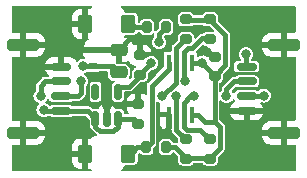
<source format=gbr>
%TF.GenerationSoftware,KiCad,Pcbnew,7.0.7-7.0.7~ubuntu23.04.1*%
%TF.CreationDate,2023-09-27T16:14:13+00:00*%
%TF.ProjectId,TFI2CEXT01,54464932-4345-4585-9430-312e6b696361,REV*%
%TF.SameCoordinates,PX78dfd90PY8290510*%
%TF.FileFunction,Copper,L2,Bot*%
%TF.FilePolarity,Positive*%
%FSLAX46Y46*%
G04 Gerber Fmt 4.6, Leading zero omitted, Abs format (unit mm)*
G04 Created by KiCad (PCBNEW 7.0.7-7.0.7~ubuntu23.04.1) date 2023-09-27 16:14:13*
%MOMM*%
%LPD*%
G01*
G04 APERTURE LIST*
G04 Aperture macros list*
%AMRoundRect*
0 Rectangle with rounded corners*
0 $1 Rounding radius*
0 $2 $3 $4 $5 $6 $7 $8 $9 X,Y pos of 4 corners*
0 Add a 4 corners polygon primitive as box body*
4,1,4,$2,$3,$4,$5,$6,$7,$8,$9,$2,$3,0*
0 Add four circle primitives for the rounded corners*
1,1,$1+$1,$2,$3*
1,1,$1+$1,$4,$5*
1,1,$1+$1,$6,$7*
1,1,$1+$1,$8,$9*
0 Add four rect primitives between the rounded corners*
20,1,$1+$1,$2,$3,$4,$5,0*
20,1,$1+$1,$4,$5,$6,$7,0*
20,1,$1+$1,$6,$7,$8,$9,0*
20,1,$1+$1,$8,$9,$2,$3,0*%
G04 Aperture macros list end*
%TA.AperFunction,SMDPad,CuDef*%
%ADD10RoundRect,0.200000X0.200000X0.275000X-0.200000X0.275000X-0.200000X-0.275000X0.200000X-0.275000X0*%
%TD*%
%TA.AperFunction,SMDPad,CuDef*%
%ADD11R,0.450000X1.450000*%
%TD*%
%TA.AperFunction,SMDPad,CuDef*%
%ADD12RoundRect,0.166667X-0.458333X-0.583333X0.458333X-0.583333X0.458333X0.583333X-0.458333X0.583333X0*%
%TD*%
%TA.AperFunction,SMDPad,CuDef*%
%ADD13RoundRect,0.166667X0.458333X0.583333X-0.458333X0.583333X-0.458333X-0.583333X0.458333X-0.583333X0*%
%TD*%
%TA.AperFunction,SMDPad,CuDef*%
%ADD14RoundRect,0.200000X0.275000X-0.200000X0.275000X0.200000X-0.275000X0.200000X-0.275000X-0.200000X0*%
%TD*%
%TA.AperFunction,SMDPad,CuDef*%
%ADD15R,0.700000X0.600000*%
%TD*%
%TA.AperFunction,SMDPad,CuDef*%
%ADD16RoundRect,0.150000X0.700000X-0.150000X0.700000X0.150000X-0.700000X0.150000X-0.700000X-0.150000X0*%
%TD*%
%TA.AperFunction,SMDPad,CuDef*%
%ADD17RoundRect,0.250000X1.100000X-0.250000X1.100000X0.250000X-1.100000X0.250000X-1.100000X-0.250000X0*%
%TD*%
%TA.AperFunction,SMDPad,CuDef*%
%ADD18RoundRect,0.150000X0.150000X-0.512500X0.150000X0.512500X-0.150000X0.512500X-0.150000X-0.512500X0*%
%TD*%
%TA.AperFunction,SMDPad,CuDef*%
%ADD19RoundRect,0.200000X-0.275000X0.200000X-0.275000X-0.200000X0.275000X-0.200000X0.275000X0.200000X0*%
%TD*%
%TA.AperFunction,SMDPad,CuDef*%
%ADD20RoundRect,0.150000X-0.700000X0.150000X-0.700000X-0.150000X0.700000X-0.150000X0.700000X0.150000X0*%
%TD*%
%TA.AperFunction,SMDPad,CuDef*%
%ADD21RoundRect,0.250000X-1.100000X0.250000X-1.100000X-0.250000X1.100000X-0.250000X1.100000X0.250000X0*%
%TD*%
%TA.AperFunction,SMDPad,CuDef*%
%ADD22RoundRect,0.250000X0.475000X-0.250000X0.475000X0.250000X-0.475000X0.250000X-0.475000X-0.250000X0*%
%TD*%
%TA.AperFunction,ViaPad*%
%ADD23C,0.800000*%
%TD*%
%TA.AperFunction,Conductor*%
%ADD24C,0.400000*%
%TD*%
%TA.AperFunction,Conductor*%
%ADD25C,0.250000*%
%TD*%
G04 APERTURE END LIST*
D10*
%TO.P,R4,1*%
%TO.N,+3V3*%
X-113221000Y139446000D03*
%TO.P,R4,2*%
%TO.N,Net-(D3-A)*%
X-114871000Y139446000D03*
%TD*%
D11*
%TO.P,U2,1,EN*%
%TO.N,+3V3*%
X-111039000Y142206000D03*
%TO.P,U2,2,SCLout*%
%TO.N,/SCLout*%
X-111689000Y142206000D03*
%TO.P,U2,3,SCLin*%
%TO.N,/SCLin*%
X-112339000Y142206000D03*
%TO.P,U2,4,GND*%
%TO.N,GND*%
X-112989000Y142206000D03*
%TO.P,U2,5,READY*%
%TO.N,Net-(D3-A)*%
X-112989000Y146606000D03*
%TO.P,U2,6,SDAin*%
%TO.N,/SDAin*%
X-112339000Y146606000D03*
%TO.P,U2,7,SDAout*%
%TO.N,/SDAout*%
X-111689000Y146606000D03*
%TO.P,U2,8,VCC*%
%TO.N,+3V3*%
X-111039000Y146606000D03*
%TD*%
D12*
%TO.P,D1,1,K*%
%TO.N,GND*%
X-120046000Y149906000D03*
D13*
%TO.P,D1,2,A*%
%TO.N,Net-(D1-A)*%
X-116446000Y149906000D03*
%TD*%
D14*
%TO.P,C2,1*%
%TO.N,+5V*%
X-115570000Y141440500D03*
%TO.P,C2,2*%
%TO.N,GND*%
X-115570000Y143090500D03*
%TD*%
D15*
%TO.P,D2,1,K*%
%TO.N,+5V*%
X-119380000Y146301000D03*
%TO.P,D2,2,A*%
%TO.N,GND*%
X-119380000Y147701000D03*
%TD*%
D14*
%TO.P,R5,1*%
%TO.N,+3V3*%
X-109474000Y138494000D03*
%TO.P,R5,2*%
%TO.N,/SCLout*%
X-109474000Y140144000D03*
%TD*%
%TO.P,C3,1*%
%TO.N,+3V3*%
X-115443000Y145580500D03*
%TO.P,C3,2*%
%TO.N,GND*%
X-115443000Y147230500D03*
%TD*%
D16*
%TO.P,J1,1*%
%TO.N,+5V*%
X-122096000Y142531000D03*
%TO.P,J1,2*%
%TO.N,/SCLin*%
X-122096000Y143781000D03*
%TO.P,J1,3*%
%TO.N,/SDAin*%
X-122096000Y145031000D03*
%TO.P,J1,4*%
%TO.N,GND*%
X-122096000Y146281000D03*
D17*
%TO.P,J1,MP*%
X-125296000Y140681000D03*
X-125296000Y148131000D03*
%TD*%
D18*
%TO.P,U1,1,VIN*%
%TO.N,+5V*%
X-117287000Y141864500D03*
%TO.P,U1,2,GND*%
%TO.N,GND*%
X-118237000Y141864500D03*
%TO.P,U1,3,EN*%
%TO.N,+5V*%
X-119187000Y141864500D03*
%TO.P,U1,4,NC*%
%TO.N,unconnected-(U1-NC-Pad4)*%
X-119187000Y144139500D03*
%TO.P,U1,5,VOUT*%
%TO.N,+3V3*%
X-117287000Y144139500D03*
%TD*%
D12*
%TO.P,D3,1,K*%
%TO.N,GND*%
X-120046000Y138906000D03*
D13*
%TO.P,D3,2,A*%
%TO.N,Net-(D3-A)*%
X-116446000Y138906000D03*
%TD*%
D10*
%TO.P,R1,1*%
%TO.N,+5V*%
X-113195500Y149606000D03*
%TO.P,R1,2*%
%TO.N,Net-(D1-A)*%
X-114845500Y149606000D03*
%TD*%
D19*
%TO.P,R6,1*%
%TO.N,+3V3*%
X-109474000Y150278500D03*
%TO.P,R6,2*%
%TO.N,/SDAout*%
X-109474000Y148628500D03*
%TD*%
D14*
%TO.P,R2,1*%
%TO.N,+3V3*%
X-111506000Y138494000D03*
%TO.P,R2,2*%
%TO.N,/SCLin*%
X-111506000Y140144000D03*
%TD*%
D19*
%TO.P,R3,1*%
%TO.N,+3V3*%
X-111506000Y150278500D03*
%TO.P,R3,2*%
%TO.N,/SDAin*%
X-111506000Y148628500D03*
%TD*%
D20*
%TO.P,J3,1*%
%TO.N,+5V*%
X-106396000Y146281000D03*
%TO.P,J3,2*%
%TO.N,/SCLout*%
X-106396000Y145031000D03*
%TO.P,J3,3*%
%TO.N,/SDAout*%
X-106396000Y143781000D03*
%TO.P,J3,4*%
%TO.N,GND*%
X-106396000Y142531000D03*
D21*
%TO.P,J3,MP*%
X-103196000Y148131000D03*
X-103196000Y140681000D03*
%TD*%
D22*
%TO.P,C1,1*%
%TO.N,+5V*%
X-117221000Y145798500D03*
%TO.P,C1,2*%
%TO.N,GND*%
X-117221000Y147698500D03*
%TD*%
D14*
%TO.P,C4,1*%
%TO.N,+3V3*%
X-109093000Y145479000D03*
%TO.P,C4,2*%
%TO.N,GND*%
X-109093000Y147129000D03*
%TD*%
D23*
%TO.N,GND*%
X-103632000Y138938000D03*
X-123698000Y138938000D03*
X-103632000Y149860000D03*
X-105791000Y139573000D03*
X-122174000Y150749000D03*
X-122301000Y138811000D03*
X-120523000Y141224000D03*
X-109728000Y147536500D03*
X-122047000Y148209000D03*
X-102743000Y143510000D03*
X-107061000Y140970000D03*
X-120523000Y148209000D03*
X-102743000Y146558000D03*
X-118519002Y145415000D03*
X-125730000Y138938000D03*
X-122174000Y149733000D03*
X-107061000Y138303000D03*
X-122174000Y140716000D03*
X-125730000Y150368000D03*
X-102743000Y142494000D03*
X-105791000Y140970000D03*
X-102616000Y149860000D03*
X-102616000Y138938000D03*
X-125730000Y144526000D03*
X-107061000Y139573000D03*
X-106426000Y150495000D03*
X-107696000Y150495000D03*
X-125489629Y146116907D03*
X-125730000Y142367000D03*
X-102743000Y145542000D03*
X-113538000Y140589000D03*
X-118237000Y142981500D03*
X-102743000Y144526000D03*
%TO.N,+3V3*%
X-110182500Y146606000D03*
X-114457125Y146600000D03*
%TO.N,+5V*%
X-120269000Y146304000D03*
X-113792000Y148336000D03*
X-106426000Y147320000D03*
X-123571000Y142621000D03*
%TO.N,/SDAin*%
X-123825000Y143764000D03*
X-113535443Y143773778D03*
%TO.N,/SCLin*%
X-120393000Y145031000D03*
X-112395000Y143764000D03*
%TO.N,/SCLout*%
X-110871000Y143764000D03*
X-108094000Y143781000D03*
%TO.N,/SDAout*%
X-111606961Y145022566D03*
X-104946500Y143825798D03*
%TD*%
D24*
%TO.N,GND*%
X-118319011Y145215009D02*
X-118519002Y145415000D01*
X-109283000Y147091500D02*
X-109728000Y147536500D01*
X-117221000Y147701000D02*
X-116165511Y148756489D01*
X-109093000Y147091500D02*
X-109283000Y147091500D01*
X-112989000Y142206000D02*
X-112989000Y141138000D01*
X-118237000Y142981500D02*
X-118319011Y143063511D01*
X-115443000Y148756489D02*
X-115443000Y147193000D01*
X-121031000Y140716000D02*
X-120523000Y141224000D01*
X-118319011Y143063511D02*
X-118319011Y145215009D01*
X-119380000Y147701000D02*
X-117221000Y147701000D01*
X-125730000Y144526000D02*
X-125730000Y142367000D01*
X-118237000Y141864500D02*
X-118237000Y142981500D01*
X-125296000Y146310536D02*
X-125489629Y146116907D01*
X-112989000Y141138000D02*
X-113538000Y140589000D01*
X-122174000Y140716000D02*
X-121031000Y140716000D01*
X-125296000Y148131000D02*
X-125296000Y146310536D01*
X-116165511Y148756489D02*
X-115443000Y148756489D01*
%TO.N,+3V3*%
X-117175000Y144575000D02*
X-116325000Y144575000D01*
X-108599480Y141124480D02*
X-109093000Y141618000D01*
X-115443000Y145618000D02*
X-114465600Y146595400D01*
X-109918000Y141618000D02*
X-109093000Y141618000D01*
X-113258500Y139446000D02*
X-112420500Y139446000D01*
X-117287000Y144139500D02*
X-117287000Y144463000D01*
X-109093000Y141618000D02*
X-109093000Y143256000D01*
X-111506000Y138531500D02*
X-109474000Y138531500D01*
X-115443000Y145618000D02*
X-115443000Y145457000D01*
X-110506000Y142206000D02*
X-109918000Y141618000D01*
X-111039000Y146606000D02*
X-110182500Y146606000D01*
X-111039000Y142206000D02*
X-110506000Y142206000D01*
X-115443000Y145457000D02*
X-116325000Y144575000D01*
X-114465600Y146595400D02*
X-114457125Y146595400D01*
X-110617000Y150241000D02*
X-109474000Y150241000D01*
X-117287000Y143758500D02*
X-117287000Y143788000D01*
X-110182500Y146606000D02*
X-109093000Y145516500D01*
X-109474000Y138531500D02*
X-108599480Y139406020D01*
X-117287000Y144463000D02*
X-117175000Y144575000D01*
X-108218480Y146391020D02*
X-108218480Y148985480D01*
X-109093000Y143256000D02*
X-109093000Y145516500D01*
X-108599480Y139406020D02*
X-108599480Y141124480D01*
X-109093000Y145516500D02*
X-108218480Y146391020D01*
X-111506000Y150241000D02*
X-109474000Y150241000D01*
X-108218480Y148985480D02*
X-109474000Y150241000D01*
X-112420500Y139446000D02*
X-111506000Y138531500D01*
%TO.N,+5V*%
X-115956500Y141864500D02*
X-115570000Y141478000D01*
X-117686520Y140802480D02*
X-117287000Y141202000D01*
X-123481000Y142531000D02*
X-123571000Y142621000D01*
X-117287000Y141864500D02*
X-115956500Y141864500D01*
X-106426000Y147320000D02*
X-106426000Y146311000D01*
X-117287000Y141202000D02*
X-117287000Y141864500D01*
X-119380000Y146301000D02*
X-120266000Y146301000D01*
X-113792000Y148336000D02*
X-113792000Y149047000D01*
X-122096000Y142531000D02*
X-123481000Y142531000D01*
X-120266000Y146301000D02*
X-120269000Y146304000D01*
X-119187000Y141864500D02*
X-119187000Y141202000D01*
X-113792000Y149047000D02*
X-113233000Y149606000D01*
X-117726000Y146301000D02*
X-117221000Y145796000D01*
X-119380000Y146301000D02*
X-117726000Y146301000D01*
X-119853500Y142531000D02*
X-119187000Y141864500D01*
X-122096000Y142531000D02*
X-122081480Y142545520D01*
X-119187000Y141202000D02*
X-118787480Y140802480D01*
X-106426000Y146311000D02*
X-106396000Y146281000D01*
X-118787480Y140802480D02*
X-117686520Y140802480D01*
X-122096000Y142531000D02*
X-119853500Y142531000D01*
%TO.N,Net-(D1-A)*%
X-114808000Y149606000D02*
X-115871000Y149606000D01*
X-115871000Y149606000D02*
X-116171000Y149906000D01*
D25*
%TO.N,Net-(D3-A)*%
X-115906000Y139446000D02*
X-116446000Y138906000D01*
D24*
X-114427000Y139852500D02*
X-114833500Y139446000D01*
X-114427000Y144668000D02*
X-114427000Y139852500D01*
X-114833500Y139446000D02*
X-115631000Y139446000D01*
X-112989000Y146106000D02*
X-114427000Y144668000D01*
D25*
X-114871000Y139446000D02*
X-115906000Y139446000D01*
D24*
X-115631000Y139446000D02*
X-116171000Y138906000D01*
X-112989000Y146606000D02*
X-112989000Y146106000D01*
%TO.N,/SDAin*%
X-122096000Y145031000D02*
X-123447000Y145031000D01*
X-112406472Y144902749D02*
X-112406472Y145406332D01*
X-123825000Y144653000D02*
X-123825000Y143764000D01*
X-111506000Y148666000D02*
X-112339000Y147833000D01*
X-112339000Y147833000D02*
X-112339000Y146606000D01*
X-113535443Y143773778D02*
X-112406472Y144902749D01*
X-112339000Y145473804D02*
X-112339000Y146606000D01*
X-112406472Y145406332D02*
X-112339000Y145473804D01*
X-123447000Y145031000D02*
X-123825000Y144653000D01*
%TO.N,/SCLin*%
X-120633000Y143781000D02*
X-120393000Y144021000D01*
X-112339000Y143708000D02*
X-112339000Y142206000D01*
X-112395000Y143764000D02*
X-112339000Y143708000D01*
X-112339000Y142206000D02*
X-112339000Y140939500D01*
X-112339000Y140939500D02*
X-111506000Y140106500D01*
X-122096000Y143781000D02*
X-120633000Y143781000D01*
X-120393000Y144021000D02*
X-120393000Y145031000D01*
%TO.N,/SCLout*%
X-111689000Y141186880D02*
X-111445640Y140943520D01*
X-110311020Y140943520D02*
X-109474000Y140106500D01*
X-111689000Y142206000D02*
X-111689000Y141186880D01*
X-108094000Y144356000D02*
X-108094000Y143781000D01*
X-111689000Y143225120D02*
X-111689000Y142206000D01*
X-111445640Y140943520D02*
X-110311020Y140943520D01*
X-110871000Y143764000D02*
X-111150120Y143764000D01*
X-111150120Y143764000D02*
X-111689000Y143225120D01*
X-106396000Y145031000D02*
X-107419000Y145031000D01*
X-107419000Y145031000D02*
X-108094000Y144356000D01*
%TO.N,/SDAout*%
X-111606961Y145022566D02*
X-111689000Y145104605D01*
X-104946500Y143825798D02*
X-104991298Y143781000D01*
X-111689000Y145104605D02*
X-111689000Y146606000D01*
X-104991298Y143781000D02*
X-106396000Y143781000D01*
X-111689000Y146606000D02*
X-111689000Y147518000D01*
X-111378020Y147828980D02*
X-110986584Y147828980D01*
X-111689000Y147518000D02*
X-111378020Y147828980D01*
X-110149564Y148666000D02*
X-109474000Y148666000D01*
X-110986584Y147828980D02*
X-110149564Y148666000D01*
%TD*%
%TA.AperFunction,Conductor*%
%TO.N,GND*%
G36*
X-119486705Y151388187D02*
G01*
X-119461395Y151344350D01*
X-119470185Y151294500D01*
X-119493159Y151269971D01*
X-119556289Y151227789D01*
X-119598404Y151185674D01*
X-119644280Y151164282D01*
X-119650730Y151164000D01*
X-119792000Y151164000D01*
X-119792000Y150911522D01*
X-119797633Y150883205D01*
X-119815737Y150839497D01*
X-119815739Y150839491D01*
X-119846501Y150684840D01*
X-119846501Y149127159D01*
X-119815739Y148972508D01*
X-119815736Y148972498D01*
X-119797633Y148928795D01*
X-119792000Y148900477D01*
X-119792000Y148647999D01*
X-119774559Y148630558D01*
X-119753168Y148584682D01*
X-119766269Y148535788D01*
X-119807734Y148506754D01*
X-119818978Y148504657D01*
X-119839093Y148502495D01*
X-119839099Y148502493D01*
X-119975961Y148451447D01*
X-119975962Y148451446D01*
X-120092904Y148363903D01*
X-120180447Y148246961D01*
X-120180448Y148246960D01*
X-120231494Y148110098D01*
X-120231495Y148110093D01*
X-120238000Y148049590D01*
X-120238000Y147955000D01*
X-118499594Y147955000D01*
X-118495700Y147956816D01*
X-118479592Y147952500D01*
X-117041000Y147952500D01*
X-116993434Y147935187D01*
X-116968124Y147891350D01*
X-116967000Y147878500D01*
X-116967000Y146690500D01*
X-116695496Y146690500D01*
X-116591675Y146701106D01*
X-116443213Y146750302D01*
X-116392615Y146748830D01*
X-116356608Y146718341D01*
X-116279419Y146590655D01*
X-116157845Y146469081D01*
X-116010701Y146380130D01*
X-115846563Y146328983D01*
X-115846553Y146328981D01*
X-115783192Y146323223D01*
X-115737388Y146301677D01*
X-115716150Y146255728D01*
X-115729416Y146206879D01*
X-115770978Y146177984D01*
X-115778308Y146176439D01*
X-115843304Y146166146D01*
X-115843306Y146166145D01*
X-115843307Y146166145D01*
X-115880413Y146147238D01*
X-115956342Y146108550D01*
X-116046050Y146018842D01*
X-116103646Y145905804D01*
X-116103647Y145905802D01*
X-116103647Y145905801D01*
X-116118500Y145812019D01*
X-116118500Y145378545D01*
X-116135813Y145330979D01*
X-116140174Y145326219D01*
X-116243447Y145222946D01*
X-116289323Y145201554D01*
X-116338218Y145214655D01*
X-116367252Y145256119D01*
X-116362840Y145306546D01*
X-116355313Y145319215D01*
X-116346631Y145330979D01*
X-116343207Y145335618D01*
X-116302886Y145450848D01*
X-116298356Y145463795D01*
X-116298354Y145463801D01*
X-116295500Y145494234D01*
X-116295500Y146102766D01*
X-116298354Y146133199D01*
X-116343207Y146261382D01*
X-116423850Y146370650D01*
X-116533118Y146451293D01*
X-116661301Y146496146D01*
X-116691734Y146499000D01*
X-116691740Y146499000D01*
X-117326955Y146499000D01*
X-117374521Y146516313D01*
X-117379281Y146520674D01*
X-117415520Y146556913D01*
X-117459729Y146601121D01*
X-117481120Y146646996D01*
X-117475000Y146669838D01*
X-117475000Y147444500D01*
X-118476406Y147444500D01*
X-118480300Y147442684D01*
X-118496408Y147447000D01*
X-120238000Y147447000D01*
X-120238000Y147352409D01*
X-120231495Y147291906D01*
X-120231494Y147291901D01*
X-120180448Y147155039D01*
X-120180447Y147155038D01*
X-120092904Y147038095D01*
X-120092902Y147038093D01*
X-120073646Y147023678D01*
X-120045944Y146981312D01*
X-120051955Y146931052D01*
X-120088867Y146896414D01*
X-120127652Y146891073D01*
X-120269000Y146909682D01*
X-120425762Y146889044D01*
X-120571841Y146828536D01*
X-120571842Y146828535D01*
X-120697280Y146732284D01*
X-120700479Y146729085D01*
X-120746355Y146707693D01*
X-120795250Y146720794D01*
X-120816500Y146743743D01*
X-120871945Y146837496D01*
X-120871945Y146837497D01*
X-120989502Y146955054D01*
X-121132599Y147039681D01*
X-121292247Y147086064D01*
X-121329542Y147089000D01*
X-121842000Y147088999D01*
X-121842000Y146101000D01*
X-121859313Y146053434D01*
X-121903150Y146028124D01*
X-121916000Y146027000D01*
X-123450993Y146027000D01*
X-123404682Y145867598D01*
X-123320055Y145724501D01*
X-123202499Y145606945D01*
X-123138665Y145569195D01*
X-123106536Y145530080D01*
X-123107065Y145479464D01*
X-123140007Y145441030D01*
X-123176334Y145431500D01*
X-123510434Y145431500D01*
X-123520889Y145428102D01*
X-123535249Y145423436D01*
X-123546533Y145420727D01*
X-123572304Y145416646D01*
X-123595557Y145404798D01*
X-123606275Y145400358D01*
X-123631089Y145392296D01*
X-123652203Y145376956D01*
X-123662097Y145370894D01*
X-123685342Y145359050D01*
X-123685343Y145359049D01*
X-123706768Y145337624D01*
X-123706778Y145337615D01*
X-124131463Y144912930D01*
X-124131477Y144912915D01*
X-124153051Y144891341D01*
X-124164897Y144868094D01*
X-124170962Y144858197D01*
X-124186297Y144837089D01*
X-124186298Y144837088D01*
X-124194359Y144812277D01*
X-124198802Y144801549D01*
X-124210647Y144778302D01*
X-124210649Y144778296D01*
X-124214730Y144752533D01*
X-124217438Y144741249D01*
X-124225500Y144716432D01*
X-124225500Y144250092D01*
X-124242813Y144202526D01*
X-124249895Y144195747D01*
X-124249855Y144195708D01*
X-124253286Y144192278D01*
X-124349536Y144066841D01*
X-124410045Y143920761D01*
X-124410045Y143920760D01*
X-124430682Y143764000D01*
X-124410045Y143607239D01*
X-124410045Y143607238D01*
X-124349536Y143461158D01*
X-124253285Y143335720D01*
X-124253280Y143335715D01*
X-124127842Y143239464D01*
X-124001806Y143187258D01*
X-123964486Y143153060D01*
X-123957879Y143102874D01*
X-123985076Y143060184D01*
X-123999278Y143049286D01*
X-123999285Y143049279D01*
X-124095536Y142923841D01*
X-124156045Y142777761D01*
X-124156045Y142777760D01*
X-124176682Y142621000D01*
X-124156045Y142464239D01*
X-124156045Y142464238D01*
X-124095536Y142318158D01*
X-123999285Y142192720D01*
X-123999280Y142192715D01*
X-123873842Y142096464D01*
X-123727762Y142035955D01*
X-123571001Y142015318D01*
X-123571000Y142015318D01*
X-123546830Y142018500D01*
X-123414240Y142035955D01*
X-123414239Y142035955D01*
X-123268159Y142096464D01*
X-123243731Y142115208D01*
X-123198683Y142130500D01*
X-123071833Y142130500D01*
X-123024267Y142113187D01*
X-123019507Y142108826D01*
X-123002483Y142091801D01*
X-122897395Y142040427D01*
X-122829265Y142030500D01*
X-122829260Y142030500D01*
X-121362736Y142030500D01*
X-121294607Y142040427D01*
X-121294606Y142040427D01*
X-121189518Y142091801D01*
X-121172493Y142108826D01*
X-121126617Y142130218D01*
X-121120167Y142130500D01*
X-120050045Y142130500D01*
X-120002479Y142113187D01*
X-119997719Y142108826D01*
X-119709174Y141820281D01*
X-119687782Y141774405D01*
X-119687500Y141767955D01*
X-119687500Y141318735D01*
X-119677573Y141250606D01*
X-119677573Y141250605D01*
X-119626199Y141145517D01*
X-119592520Y141111838D01*
X-119576934Y141081425D01*
X-119574445Y141082234D01*
X-119572646Y141076696D01*
X-119560800Y141053446D01*
X-119556359Y141042722D01*
X-119548298Y141017912D01*
X-119548297Y141017911D01*
X-119532957Y140996796D01*
X-119526893Y140986900D01*
X-119518371Y140970174D01*
X-119515050Y140963658D01*
X-119492487Y140941094D01*
X-119492484Y140941091D01*
X-119492480Y140941086D01*
X-119083487Y140532093D01*
X-119062095Y140486216D01*
X-119075196Y140437322D01*
X-119116660Y140408288D01*
X-119121376Y140407189D01*
X-119124840Y140406500D01*
X-119124842Y140406500D01*
X-119279497Y140375737D01*
X-119279502Y140375735D01*
X-119425175Y140315396D01*
X-119425177Y140315395D01*
X-119425179Y140315394D01*
X-119542086Y140237279D01*
X-119556289Y140227789D01*
X-119598404Y140185674D01*
X-119644280Y140164282D01*
X-119650730Y140164000D01*
X-119792000Y140164000D01*
X-119792000Y139911522D01*
X-119797633Y139883205D01*
X-119815737Y139839497D01*
X-119815739Y139839491D01*
X-119846501Y139684840D01*
X-119846501Y138127159D01*
X-119815739Y137972508D01*
X-119815736Y137972498D01*
X-119797633Y137928795D01*
X-119792000Y137900477D01*
X-119792000Y137648000D01*
X-119650730Y137648000D01*
X-119603164Y137630687D01*
X-119598404Y137626326D01*
X-119556290Y137584212D01*
X-119556289Y137584210D01*
X-119493159Y137542029D01*
X-119463227Y137501207D01*
X-119466538Y137450697D01*
X-119501542Y137414131D01*
X-119534271Y137406500D01*
X-126171500Y137406500D01*
X-126219066Y137423813D01*
X-126244376Y137467650D01*
X-126245500Y137480500D01*
X-126245500Y138652000D01*
X-121179000Y138652000D01*
X-121179000Y138268130D01*
X-121172824Y138200167D01*
X-121172822Y138200157D01*
X-121124083Y138043746D01*
X-121039320Y137903530D01*
X-120923470Y137787680D01*
X-120783254Y137702917D01*
X-120626843Y137654178D01*
X-120626833Y137654176D01*
X-120558870Y137648000D01*
X-120300000Y137648000D01*
X-120300000Y138652000D01*
X-121179000Y138652000D01*
X-126245500Y138652000D01*
X-126245500Y139160000D01*
X-121179000Y139160000D01*
X-120300000Y139160000D01*
X-120300000Y140164000D01*
X-120558860Y140164000D01*
X-120558870Y140163999D01*
X-120626833Y140157823D01*
X-120626843Y140157821D01*
X-120783254Y140109082D01*
X-120923470Y140024319D01*
X-121039320Y139908469D01*
X-121124083Y139768253D01*
X-121172822Y139611842D01*
X-121172824Y139611832D01*
X-121179000Y139543869D01*
X-121179000Y139160000D01*
X-126245500Y139160000D01*
X-126245500Y139599000D01*
X-126228187Y139646566D01*
X-126184350Y139671876D01*
X-126171500Y139673000D01*
X-125550000Y139673000D01*
X-125550000Y140427000D01*
X-125042000Y140427000D01*
X-125042000Y139673000D01*
X-124145496Y139673000D01*
X-124041675Y139683606D01*
X-123873476Y139739342D01*
X-123722662Y139832365D01*
X-123722658Y139832368D01*
X-123597368Y139957658D01*
X-123597366Y139957661D01*
X-123504343Y140108475D01*
X-123448607Y140276674D01*
X-123438001Y140380495D01*
X-123438000Y140380497D01*
X-123438000Y140427000D01*
X-125042000Y140427000D01*
X-125550000Y140427000D01*
X-125550000Y141689000D01*
X-125042000Y141689000D01*
X-125042000Y140935000D01*
X-123438000Y140935000D01*
X-123438000Y140981502D01*
X-123438001Y140981504D01*
X-123448607Y141085325D01*
X-123504343Y141253524D01*
X-123597366Y141404338D01*
X-123597368Y141404342D01*
X-123722658Y141529632D01*
X-123722662Y141529634D01*
X-123873476Y141622657D01*
X-124041675Y141678393D01*
X-124145496Y141688999D01*
X-124145498Y141689000D01*
X-125042000Y141689000D01*
X-125550000Y141689000D01*
X-126171500Y141689000D01*
X-126219066Y141706313D01*
X-126244376Y141750150D01*
X-126245500Y141763000D01*
X-126245500Y146535000D01*
X-123450993Y146535000D01*
X-122350000Y146535000D01*
X-122350000Y147088999D01*
X-122862455Y147088999D01*
X-122899753Y147086064D01*
X-123059402Y147039681D01*
X-123202499Y146955054D01*
X-123320055Y146837498D01*
X-123404682Y146694401D01*
X-123450993Y146535000D01*
X-126245500Y146535000D01*
X-126245500Y147049000D01*
X-126228187Y147096566D01*
X-126184350Y147121876D01*
X-126171500Y147123000D01*
X-125550000Y147123000D01*
X-125550000Y147877000D01*
X-125042000Y147877000D01*
X-125042000Y147123000D01*
X-124145496Y147123000D01*
X-124041675Y147133606D01*
X-123873476Y147189342D01*
X-123722662Y147282365D01*
X-123722658Y147282368D01*
X-123597368Y147407658D01*
X-123597366Y147407661D01*
X-123504343Y147558475D01*
X-123448607Y147726674D01*
X-123438001Y147830495D01*
X-123438000Y147830497D01*
X-123438000Y147877000D01*
X-125042000Y147877000D01*
X-125550000Y147877000D01*
X-125550000Y149139000D01*
X-125042000Y149139000D01*
X-125042000Y148385000D01*
X-123438000Y148385000D01*
X-123438000Y148431502D01*
X-123438001Y148431504D01*
X-123448607Y148535325D01*
X-123504343Y148703524D01*
X-123597366Y148854338D01*
X-123597368Y148854342D01*
X-123722658Y148979632D01*
X-123722662Y148979634D01*
X-123873476Y149072657D01*
X-124041675Y149128393D01*
X-124145496Y149138999D01*
X-124145498Y149139000D01*
X-125042000Y149139000D01*
X-125550000Y149139000D01*
X-126171500Y149139000D01*
X-126219066Y149156313D01*
X-126244376Y149200150D01*
X-126245500Y149213000D01*
X-126245500Y149652000D01*
X-121179000Y149652000D01*
X-121179000Y149268130D01*
X-121172824Y149200167D01*
X-121172822Y149200157D01*
X-121124083Y149043746D01*
X-121039320Y148903530D01*
X-120923470Y148787680D01*
X-120783254Y148702917D01*
X-120626843Y148654178D01*
X-120626833Y148654176D01*
X-120558870Y148648000D01*
X-120300000Y148648000D01*
X-120300000Y149652000D01*
X-121179000Y149652000D01*
X-126245500Y149652000D01*
X-126245500Y150160000D01*
X-121179000Y150160000D01*
X-120300000Y150160000D01*
X-120300000Y151164000D01*
X-120558860Y151164000D01*
X-120558870Y151163999D01*
X-120626833Y151157823D01*
X-120626843Y151157821D01*
X-120783254Y151109082D01*
X-120923470Y151024319D01*
X-121039320Y150908469D01*
X-121124083Y150768253D01*
X-121172822Y150611842D01*
X-121172824Y150611832D01*
X-121179000Y150543869D01*
X-121179000Y150160000D01*
X-126245500Y150160000D01*
X-126245500Y151331500D01*
X-126228187Y151379066D01*
X-126184350Y151404376D01*
X-126171500Y151405500D01*
X-119534271Y151405500D01*
X-119486705Y151388187D01*
G37*
%TD.AperFunction*%
%TA.AperFunction,Conductor*%
G36*
X-102272934Y151388187D02*
G01*
X-102247624Y151344350D01*
X-102246500Y151331500D01*
X-102246500Y149213000D01*
X-102263813Y149165434D01*
X-102307650Y149140124D01*
X-102320500Y149139000D01*
X-102942000Y149139000D01*
X-102942000Y147123000D01*
X-102320500Y147123000D01*
X-102272934Y147105687D01*
X-102247624Y147061850D01*
X-102246500Y147049000D01*
X-102246500Y141763000D01*
X-102263813Y141715434D01*
X-102307650Y141690124D01*
X-102320500Y141689000D01*
X-102942000Y141689000D01*
X-102942000Y139673000D01*
X-102320500Y139673000D01*
X-102272934Y139655687D01*
X-102247624Y139611850D01*
X-102246500Y139599000D01*
X-102246500Y137480500D01*
X-102263813Y137432934D01*
X-102307650Y137407624D01*
X-102320500Y137406500D01*
X-116957729Y137406500D01*
X-117005295Y137423813D01*
X-117030605Y137467650D01*
X-117021815Y137517500D01*
X-116998841Y137542029D01*
X-116935712Y137584210D01*
X-116824211Y137695711D01*
X-116819396Y137702917D01*
X-116736606Y137826821D01*
X-116702228Y137909818D01*
X-116668031Y137947139D01*
X-116633861Y137955500D01*
X-115952816Y137955500D01*
X-115881451Y137965898D01*
X-115771366Y138019716D01*
X-115684717Y138106365D01*
X-115630899Y138216450D01*
X-115630898Y138216452D01*
X-115620500Y138287820D01*
X-115620500Y138859455D01*
X-115603187Y138907021D01*
X-115598826Y138911781D01*
X-115531456Y138979151D01*
X-115485580Y139000543D01*
X-115436685Y138987442D01*
X-115413196Y138960421D01*
X-115399050Y138932657D01*
X-115309344Y138842951D01*
X-115196302Y138785353D01*
X-115102520Y138770500D01*
X-115102519Y138770500D01*
X-114639480Y138770500D01*
X-114639480Y138770501D01*
X-114545696Y138785353D01*
X-114545694Y138785354D01*
X-114432658Y138842950D01*
X-114342952Y138932656D01*
X-114342951Y138932657D01*
X-114342950Y138932658D01*
X-114285354Y139045696D01*
X-114270500Y139139481D01*
X-114270501Y139411954D01*
X-114253188Y139459520D01*
X-114248827Y139464280D01*
X-114120385Y139592722D01*
X-114120376Y139592732D01*
X-114098951Y139614157D01*
X-114098036Y139615951D01*
X-114087106Y139637403D01*
X-114081044Y139647297D01*
X-114065704Y139668411D01*
X-114057642Y139693225D01*
X-114053200Y139703948D01*
X-114041354Y139727196D01*
X-114037273Y139752967D01*
X-114034562Y139764257D01*
X-114031379Y139774050D01*
X-114026672Y139788537D01*
X-114026500Y139789065D01*
X-114026500Y139946573D01*
X-114026501Y139946585D01*
X-114026501Y141641330D01*
X-114026501Y141981000D01*
X-113722000Y141981000D01*
X-113722000Y141432409D01*
X-113715495Y141371906D01*
X-113715494Y141371901D01*
X-113664448Y141235039D01*
X-113664447Y141235038D01*
X-113576904Y141118096D01*
X-113459962Y141030553D01*
X-113459961Y141030552D01*
X-113323099Y140979506D01*
X-113323094Y140979505D01*
X-113262591Y140973000D01*
X-113214000Y140973000D01*
X-113214000Y141981000D01*
X-113722000Y141981000D01*
X-114026501Y141981000D01*
X-114026501Y143243609D01*
X-114009188Y143291173D01*
X-113965351Y143316483D01*
X-113915501Y143307693D01*
X-113907454Y143302316D01*
X-113838285Y143249241D01*
X-113730327Y143204524D01*
X-113693007Y143170326D01*
X-113686400Y143120140D01*
X-113689311Y143110297D01*
X-113715495Y143040092D01*
X-113722000Y142979590D01*
X-113722000Y142431000D01*
X-112838500Y142431000D01*
X-112790934Y142413687D01*
X-112765624Y142369850D01*
X-112764500Y142357000D01*
X-112764500Y141461247D01*
X-112764178Y141457977D01*
X-112764000Y141454351D01*
X-112764000Y140973000D01*
X-112761174Y140970174D01*
X-112739782Y140924298D01*
X-112739500Y140917848D01*
X-112739500Y140876068D01*
X-112739501Y140876068D01*
X-112731438Y140851251D01*
X-112728730Y140839967D01*
X-112724649Y140814202D01*
X-112724648Y140814199D01*
X-112712800Y140790946D01*
X-112708359Y140780222D01*
X-112700298Y140755412D01*
X-112700297Y140755411D01*
X-112684957Y140734296D01*
X-112678896Y140724403D01*
X-112667050Y140701158D01*
X-112644487Y140678594D01*
X-112644484Y140678591D01*
X-112644480Y140678586D01*
X-112203174Y140237279D01*
X-112181782Y140191402D01*
X-112181500Y140184953D01*
X-112181500Y139912482D01*
X-112180310Y139904973D01*
X-112189972Y139855285D01*
X-112229312Y139823431D01*
X-112279923Y139824317D01*
X-112286984Y139827461D01*
X-112295196Y139831646D01*
X-112320968Y139835727D01*
X-112332247Y139838434D01*
X-112357067Y139846500D01*
X-112590107Y139846500D01*
X-112637673Y139863813D01*
X-112656041Y139886904D01*
X-112692950Y139959342D01*
X-112782658Y140049050D01*
X-112895696Y140106646D01*
X-112989481Y140121500D01*
X-113452518Y140121499D01*
X-113452520Y140121499D01*
X-113546305Y140106646D01*
X-113546307Y140106645D01*
X-113604939Y140076770D01*
X-113659342Y140049050D01*
X-113749050Y139959342D01*
X-113806646Y139846304D01*
X-113806647Y139846302D01*
X-113806647Y139846301D01*
X-113821500Y139752519D01*
X-113821500Y139139480D01*
X-113806647Y139045695D01*
X-113806646Y139045693D01*
X-113749050Y138932657D01*
X-113659344Y138842951D01*
X-113546302Y138785353D01*
X-113452520Y138770500D01*
X-113452519Y138770500D01*
X-112989480Y138770500D01*
X-112989480Y138770501D01*
X-112895696Y138785353D01*
X-112895694Y138785354D01*
X-112782658Y138842950D01*
X-112692952Y138932656D01*
X-112692951Y138932657D01*
X-112692950Y138932658D01*
X-112665134Y138987250D01*
X-112628114Y139021772D01*
X-112577564Y139024420D01*
X-112546874Y139005980D01*
X-112203174Y138662280D01*
X-112181782Y138616404D01*
X-112181500Y138609954D01*
X-112181500Y138262480D01*
X-112166647Y138168695D01*
X-112166646Y138168693D01*
X-112109050Y138055657D01*
X-112019344Y137965951D01*
X-111906302Y137908353D01*
X-111812520Y137893500D01*
X-111812519Y137893500D01*
X-111199480Y137893500D01*
X-111199480Y137893501D01*
X-111105696Y137908353D01*
X-111105694Y137908354D01*
X-110992658Y137965950D01*
X-110902951Y138055657D01*
X-110885148Y138090596D01*
X-110848128Y138125118D01*
X-110819214Y138131000D01*
X-110160786Y138131000D01*
X-110113220Y138113687D01*
X-110094852Y138090596D01*
X-110077050Y138055657D01*
X-109987344Y137965951D01*
X-109874302Y137908353D01*
X-109780520Y137893500D01*
X-109780519Y137893500D01*
X-109167480Y137893500D01*
X-109167480Y137893501D01*
X-109073696Y137908353D01*
X-109073694Y137908354D01*
X-108960658Y137965950D01*
X-108870952Y138055656D01*
X-108870951Y138055657D01*
X-108870950Y138055658D01*
X-108813354Y138168696D01*
X-108798500Y138262481D01*
X-108798501Y138609954D01*
X-108781188Y138657520D01*
X-108776827Y138662280D01*
X-108292865Y139146242D01*
X-108292856Y139146252D01*
X-108271432Y139167676D01*
X-108271430Y139167678D01*
X-108259585Y139190926D01*
X-108253526Y139200813D01*
X-108238184Y139221930D01*
X-108230122Y139246746D01*
X-108225677Y139257474D01*
X-108213834Y139280715D01*
X-108209753Y139306483D01*
X-108207042Y139317776D01*
X-108198980Y139342587D01*
X-108198980Y140427000D01*
X-105054000Y140427000D01*
X-105054000Y140380495D01*
X-105043394Y140276674D01*
X-104987658Y140108475D01*
X-104894635Y139957661D01*
X-104769339Y139832365D01*
X-104618525Y139739342D01*
X-104450326Y139683606D01*
X-104346505Y139673000D01*
X-103450000Y139673000D01*
X-103450000Y140427000D01*
X-105054000Y140427000D01*
X-108198980Y140427000D01*
X-108198980Y140935000D01*
X-105054000Y140935000D01*
X-103450000Y140935000D01*
X-103450000Y141689000D01*
X-104346502Y141689000D01*
X-104346505Y141688999D01*
X-104450326Y141678393D01*
X-104618525Y141622657D01*
X-104769339Y141529634D01*
X-104769342Y141529632D01*
X-104894632Y141404342D01*
X-104894635Y141404338D01*
X-104987658Y141253524D01*
X-105043394Y141085325D01*
X-105054000Y140981504D01*
X-105054000Y140935000D01*
X-108198980Y140935000D01*
X-108198980Y141187914D01*
X-108198981Y141187916D01*
X-108207042Y141212725D01*
X-108209754Y141224020D01*
X-108213834Y141249782D01*
X-108213834Y141249784D01*
X-108225679Y141273028D01*
X-108230121Y141283752D01*
X-108238184Y141308569D01*
X-108253526Y141329685D01*
X-108259580Y141339562D01*
X-108271430Y141362822D01*
X-108289778Y141381169D01*
X-108289782Y141381174D01*
X-108293995Y141385387D01*
X-108293996Y141385389D01*
X-108670827Y141762218D01*
X-108692218Y141808094D01*
X-108692500Y141814544D01*
X-108692500Y142277000D01*
X-107750993Y142277000D01*
X-107704682Y142117598D01*
X-107620055Y141974501D01*
X-107502499Y141856945D01*
X-107359402Y141772318D01*
X-107199754Y141725935D01*
X-107162458Y141723000D01*
X-106650000Y141723000D01*
X-106650000Y142277000D01*
X-106142000Y142277000D01*
X-106142000Y141723000D01*
X-105629544Y141723001D01*
X-105629545Y141723001D01*
X-105592248Y141725935D01*
X-105432599Y141772318D01*
X-105289502Y141856945D01*
X-105171946Y141974501D01*
X-105087319Y142117598D01*
X-105041007Y142277000D01*
X-106142000Y142277000D01*
X-106650000Y142277000D01*
X-107750993Y142277000D01*
X-108692500Y142277000D01*
X-108692500Y143356553D01*
X-108675187Y143404119D01*
X-108631350Y143429429D01*
X-108581500Y143420639D01*
X-108559792Y143401601D01*
X-108522285Y143352720D01*
X-108522280Y143352715D01*
X-108396842Y143256464D01*
X-108250762Y143195955D01*
X-108094001Y143175318D01*
X-108094000Y143175318D01*
X-108070235Y143178446D01*
X-107937240Y143195955D01*
X-107937239Y143195955D01*
X-107791159Y143256464D01*
X-107665721Y143352715D01*
X-107665716Y143352720D01*
X-107569465Y143478157D01*
X-107569464Y143478159D01*
X-107559764Y143501579D01*
X-107525568Y143538898D01*
X-107475383Y143545506D01*
X-107432690Y143518310D01*
X-107424916Y143505761D01*
X-107385198Y143424516D01*
X-107358341Y143397659D01*
X-107336949Y143351782D01*
X-107350051Y143302888D01*
X-107372999Y143281639D01*
X-107502499Y143205054D01*
X-107620055Y143087498D01*
X-107704682Y142944401D01*
X-107750993Y142785000D01*
X-105041007Y142785000D01*
X-105087319Y142944401D01*
X-105171947Y143087499D01*
X-105171949Y143087501D01*
X-105219075Y143134628D01*
X-105240468Y143180504D01*
X-105227368Y143229398D01*
X-105185903Y143258432D01*
X-105138432Y143255321D01*
X-105103265Y143240754D01*
X-105103261Y143240753D01*
X-104946500Y143220116D01*
X-104789740Y143240753D01*
X-104789739Y143240753D01*
X-104643659Y143301262D01*
X-104518221Y143397513D01*
X-104518216Y143397518D01*
X-104454049Y143481143D01*
X-104421964Y143522957D01*
X-104361456Y143669036D01*
X-104340818Y143825798D01*
X-104361456Y143982560D01*
X-104421964Y144128639D01*
X-104518218Y144254080D01*
X-104643659Y144350334D01*
X-104789738Y144410842D01*
X-104946500Y144431480D01*
X-105103262Y144410842D01*
X-105249341Y144350334D01*
X-105249342Y144350333D01*
X-105374780Y144254082D01*
X-105374784Y144254078D01*
X-105388665Y144235987D01*
X-105431356Y144208788D01*
X-105481542Y144215395D01*
X-105488821Y144219857D01*
X-105489516Y144220196D01*
X-105489517Y144220198D01*
X-105594607Y144271573D01*
X-105662740Y144281500D01*
X-107129260Y144281500D01*
X-107197393Y144271573D01*
X-107247763Y144246949D01*
X-107302483Y144220198D01*
X-107385198Y144137483D01*
X-107424916Y144056238D01*
X-107461361Y144021109D01*
X-107511860Y144017624D01*
X-107552784Y144047415D01*
X-107559761Y144060414D01*
X-107569464Y144083841D01*
X-107629949Y144162667D01*
X-107645171Y144210943D01*
X-107625800Y144257709D01*
X-107623567Y144260041D01*
X-107332672Y144550936D01*
X-107286796Y144572328D01*
X-107247846Y144565091D01*
X-107197396Y144540428D01*
X-107197394Y144540427D01*
X-107129265Y144530500D01*
X-107129260Y144530500D01*
X-105662736Y144530500D01*
X-105594607Y144540427D01*
X-105594606Y144540427D01*
X-105489518Y144591801D01*
X-105406802Y144674517D01*
X-105355428Y144779605D01*
X-105355427Y144779607D01*
X-105345500Y144847740D01*
X-105345500Y145214260D01*
X-105355427Y145282393D01*
X-105406802Y145387483D01*
X-105489517Y145470198D01*
X-105594607Y145521573D01*
X-105662740Y145531500D01*
X-107129260Y145531500D01*
X-107197393Y145521573D01*
X-107197395Y145521572D01*
X-107302483Y145470198D01*
X-107319507Y145453174D01*
X-107365383Y145431782D01*
X-107371833Y145431500D01*
X-107482433Y145431500D01*
X-107507249Y145423436D01*
X-107518537Y145420727D01*
X-107544305Y145416646D01*
X-107567546Y145404803D01*
X-107578274Y145400358D01*
X-107591754Y145395979D01*
X-107603091Y145392296D01*
X-107624197Y145376960D01*
X-107634101Y145370891D01*
X-107657342Y145359050D01*
X-107679909Y145336484D01*
X-107679909Y145336483D01*
X-108400463Y144615930D01*
X-108400477Y144615915D01*
X-108422051Y144594341D01*
X-108433897Y144571094D01*
X-108439962Y144561197D01*
X-108455297Y144540089D01*
X-108455298Y144540088D01*
X-108463359Y144515277D01*
X-108467802Y144504549D01*
X-108479647Y144481302D01*
X-108479649Y144481296D01*
X-108483730Y144455533D01*
X-108486438Y144444249D01*
X-108494500Y144419432D01*
X-108494500Y144267092D01*
X-108511813Y144219526D01*
X-108518895Y144212747D01*
X-108518855Y144212708D01*
X-108522286Y144209278D01*
X-108559792Y144160398D01*
X-108602483Y144133200D01*
X-108652669Y144139807D01*
X-108686867Y144177127D01*
X-108692500Y144205446D01*
X-108692500Y144848106D01*
X-108675187Y144895672D01*
X-108652096Y144914040D01*
X-108579658Y144950950D01*
X-108489952Y145040656D01*
X-108489951Y145040657D01*
X-108489950Y145040658D01*
X-108432354Y145153696D01*
X-108417500Y145247481D01*
X-108417501Y145594954D01*
X-108400188Y145642520D01*
X-108395827Y145647280D01*
X-107945372Y146097735D01*
X-107446500Y146097735D01*
X-107436573Y146029606D01*
X-107436573Y146029605D01*
X-107385199Y145924517D01*
X-107302483Y145841801D01*
X-107197395Y145790427D01*
X-107129265Y145780500D01*
X-107129260Y145780500D01*
X-105662736Y145780500D01*
X-105594607Y145790427D01*
X-105594606Y145790427D01*
X-105489518Y145841801D01*
X-105406802Y145924517D01*
X-105355428Y146029605D01*
X-105355427Y146029607D01*
X-105345500Y146097740D01*
X-105345500Y146464260D01*
X-105355427Y146532393D01*
X-105406802Y146637483D01*
X-105489517Y146720198D01*
X-105594607Y146771573D01*
X-105662740Y146781500D01*
X-105662746Y146781500D01*
X-105932234Y146781500D01*
X-105979800Y146798813D01*
X-106005110Y146842650D01*
X-105996320Y146892500D01*
X-105990942Y146900548D01*
X-105901465Y147017158D01*
X-105901464Y147017159D01*
X-105840956Y147163238D01*
X-105820318Y147320000D01*
X-105840956Y147476762D01*
X-105901464Y147622841D01*
X-105997718Y147748282D01*
X-106123159Y147844536D01*
X-106201534Y147877000D01*
X-105054000Y147877000D01*
X-105054000Y147830495D01*
X-105043394Y147726674D01*
X-104987658Y147558475D01*
X-104894635Y147407661D01*
X-104769339Y147282365D01*
X-104618525Y147189342D01*
X-104450326Y147133606D01*
X-104346505Y147123000D01*
X-103450000Y147123000D01*
X-103450000Y147877000D01*
X-105054000Y147877000D01*
X-106201534Y147877000D01*
X-106269238Y147905044D01*
X-106426000Y147925682D01*
X-106582762Y147905044D01*
X-106728841Y147844536D01*
X-106770655Y147812451D01*
X-106854280Y147748284D01*
X-106854285Y147748279D01*
X-106950536Y147622841D01*
X-107011045Y147476761D01*
X-107011045Y147476760D01*
X-107031682Y147320000D01*
X-107011045Y147163239D01*
X-107011045Y147163238D01*
X-106950536Y147017158D01*
X-106861058Y146900548D01*
X-106845836Y146852272D01*
X-106865208Y146805506D01*
X-106910107Y146782133D01*
X-106919766Y146781500D01*
X-107129260Y146781500D01*
X-107197393Y146771573D01*
X-107197395Y146771572D01*
X-107302483Y146720198D01*
X-107385199Y146637482D01*
X-107436573Y146532394D01*
X-107436573Y146532393D01*
X-107446500Y146464264D01*
X-107446500Y146097735D01*
X-107945372Y146097735D01*
X-107911865Y146131242D01*
X-107911856Y146131252D01*
X-107890432Y146152676D01*
X-107890430Y146152678D01*
X-107878585Y146175926D01*
X-107872526Y146185813D01*
X-107857184Y146206930D01*
X-107849122Y146231746D01*
X-107844677Y146242474D01*
X-107832834Y146265715D01*
X-107828753Y146291483D01*
X-107826042Y146302776D01*
X-107817980Y146327587D01*
X-107817980Y148385000D01*
X-105054000Y148385000D01*
X-103450000Y148385000D01*
X-103450000Y149139000D01*
X-104346502Y149139000D01*
X-104346505Y149138999D01*
X-104450326Y149128393D01*
X-104618525Y149072657D01*
X-104769339Y148979634D01*
X-104769342Y148979632D01*
X-104894632Y148854342D01*
X-104894635Y148854338D01*
X-104987658Y148703524D01*
X-105043394Y148535325D01*
X-105054000Y148431504D01*
X-105054000Y148385000D01*
X-107817980Y148385000D01*
X-107817980Y149018505D01*
X-107817981Y149018530D01*
X-107817981Y149048915D01*
X-107826042Y149073721D01*
X-107828754Y149085018D01*
X-107829746Y149091281D01*
X-107832834Y149110784D01*
X-107844682Y149134035D01*
X-107849123Y149144758D01*
X-107852954Y149156549D01*
X-107857184Y149169570D01*
X-107872519Y149190673D01*
X-107878587Y149200577D01*
X-107890429Y149223820D01*
X-107890430Y149223822D01*
X-107980138Y149313530D01*
X-108776828Y150110218D01*
X-108798219Y150156094D01*
X-108798501Y150162544D01*
X-108798501Y150510019D01*
X-108813354Y150603804D01*
X-108813355Y150603806D01*
X-108814432Y150605919D01*
X-108870950Y150716842D01*
X-108960658Y150806550D01*
X-109073696Y150864146D01*
X-109167481Y150879000D01*
X-109780518Y150878999D01*
X-109780520Y150878999D01*
X-109874305Y150864146D01*
X-109874307Y150864145D01*
X-109922680Y150839497D01*
X-109987342Y150806550D01*
X-109987343Y150806549D01*
X-110077050Y150716842D01*
X-110094852Y150681904D01*
X-110131872Y150647382D01*
X-110160786Y150641500D01*
X-110819214Y150641500D01*
X-110866780Y150658813D01*
X-110885148Y150681904D01*
X-110886645Y150684842D01*
X-110902950Y150716842D01*
X-110992658Y150806550D01*
X-111105696Y150864146D01*
X-111199481Y150879000D01*
X-111812518Y150878999D01*
X-111812520Y150878999D01*
X-111906305Y150864146D01*
X-111906307Y150864145D01*
X-111954680Y150839497D01*
X-112019342Y150806550D01*
X-112109050Y150716842D01*
X-112166646Y150603804D01*
X-112166647Y150603802D01*
X-112166647Y150603801D01*
X-112181500Y150510019D01*
X-112181500Y150046980D01*
X-112166647Y149953195D01*
X-112166646Y149953193D01*
X-112109050Y149840157D01*
X-112019344Y149750451D01*
X-111906302Y149692853D01*
X-111812520Y149678000D01*
X-111812519Y149678000D01*
X-111199480Y149678000D01*
X-111199480Y149678001D01*
X-111105696Y149692853D01*
X-111105694Y149692854D01*
X-110992658Y149750450D01*
X-110924282Y149818826D01*
X-110878406Y149840218D01*
X-110871956Y149840500D01*
X-110648519Y149840500D01*
X-110108044Y149840500D01*
X-110060478Y149823187D01*
X-110055718Y149818826D01*
X-109987344Y149750451D01*
X-109874302Y149692853D01*
X-109780520Y149678000D01*
X-109780519Y149678000D01*
X-109508046Y149678000D01*
X-109460480Y149660687D01*
X-109455720Y149656326D01*
X-109154720Y149355325D01*
X-109133328Y149309448D01*
X-109146429Y149260554D01*
X-109187894Y149231520D01*
X-109207039Y149228999D01*
X-109780518Y149228999D01*
X-109780520Y149228999D01*
X-109874305Y149214146D01*
X-109874307Y149214145D01*
X-109920378Y149190670D01*
X-109987342Y149156550D01*
X-109987343Y149156549D01*
X-110055718Y149088174D01*
X-110101594Y149066782D01*
X-110108044Y149066500D01*
X-110212997Y149066500D01*
X-110237813Y149058436D01*
X-110249101Y149055727D01*
X-110274869Y149051646D01*
X-110298110Y149039803D01*
X-110308838Y149035358D01*
X-110333654Y149027296D01*
X-110354771Y149011954D01*
X-110364658Y149005895D01*
X-110387906Y148994050D01*
X-110387908Y148994048D01*
X-110409332Y148972624D01*
X-110409342Y148972615D01*
X-110704175Y148677782D01*
X-110750051Y148656390D01*
X-110798946Y148669491D01*
X-110827980Y148710955D01*
X-110830501Y148730108D01*
X-110830501Y148860019D01*
X-110845354Y148953804D01*
X-110845355Y148953806D01*
X-110851516Y148965898D01*
X-110902950Y149066842D01*
X-110992658Y149156550D01*
X-111105696Y149214146D01*
X-111199481Y149229000D01*
X-111812518Y149228999D01*
X-111812520Y149228999D01*
X-111906305Y149214146D01*
X-111906307Y149214145D01*
X-111952378Y149190670D01*
X-112019342Y149156550D01*
X-112109050Y149066842D01*
X-112166646Y148953804D01*
X-112166647Y148953802D01*
X-112166647Y148953801D01*
X-112181500Y148860019D01*
X-112181500Y148587545D01*
X-112198813Y148539979D01*
X-112203174Y148535219D01*
X-112645463Y148092930D01*
X-112645477Y148092915D01*
X-112667051Y148071341D01*
X-112678897Y148048094D01*
X-112684962Y148038197D01*
X-112700297Y148017089D01*
X-112700298Y148017088D01*
X-112708359Y147992277D01*
X-112712802Y147981549D01*
X-112724647Y147958302D01*
X-112724649Y147958296D01*
X-112728730Y147932533D01*
X-112731438Y147921249D01*
X-112739500Y147896432D01*
X-112739500Y147605500D01*
X-112756813Y147557934D01*
X-112800650Y147532624D01*
X-112813500Y147531500D01*
X-113233748Y147531500D01*
X-113292231Y147519867D01*
X-113292233Y147519866D01*
X-113314440Y147505027D01*
X-113358552Y147475552D01*
X-113358553Y147475550D01*
X-113402867Y147409232D01*
X-113414501Y147350746D01*
X-113414500Y146277544D01*
X-113431813Y146229978D01*
X-113436174Y146225218D01*
X-114085332Y145576061D01*
X-114733463Y144927930D01*
X-114733477Y144927915D01*
X-114755051Y144906341D01*
X-114766897Y144883094D01*
X-114772962Y144873197D01*
X-114788297Y144852089D01*
X-114788298Y144852088D01*
X-114796359Y144827277D01*
X-114800802Y144816549D01*
X-114812647Y144793302D01*
X-114812649Y144793296D01*
X-114816730Y144767533D01*
X-114819438Y144756249D01*
X-114827500Y144731432D01*
X-114827500Y143966405D01*
X-114844813Y143918839D01*
X-114888650Y143893529D01*
X-114938500Y143902319D01*
X-114939783Y143903077D01*
X-115002300Y143940869D01*
X-115166438Y143992016D01*
X-115166448Y143992018D01*
X-115237773Y143998499D01*
X-115316000Y143998499D01*
X-115316000Y142910500D01*
X-115333313Y142862934D01*
X-115377150Y142837624D01*
X-115390000Y142836500D01*
X-116552999Y142836500D01*
X-116552999Y142833267D01*
X-116546519Y142761944D01*
X-116546518Y142761940D01*
X-116495370Y142597799D01*
X-116406419Y142450655D01*
X-116347089Y142391326D01*
X-116325697Y142345450D01*
X-116338798Y142296555D01*
X-116380262Y142267521D01*
X-116399415Y142265000D01*
X-116712500Y142265000D01*
X-116760066Y142282313D01*
X-116785376Y142326150D01*
X-116786500Y142339000D01*
X-116786500Y142410253D01*
X-116786500Y142410260D01*
X-116796427Y142478393D01*
X-116847802Y142583483D01*
X-116930517Y142666198D01*
X-117035607Y142717573D01*
X-117103740Y142727500D01*
X-117470260Y142727500D01*
X-117475996Y142726664D01*
X-117525560Y142736934D01*
X-117550366Y142762225D01*
X-117562946Y142783498D01*
X-117680502Y142901054D01*
X-117823602Y142985682D01*
X-117823601Y142985682D01*
X-117983000Y143031992D01*
X-117983000Y141684500D01*
X-118000313Y141636934D01*
X-118044150Y141611624D01*
X-118057000Y141610500D01*
X-118417000Y141610500D01*
X-118464566Y141627813D01*
X-118489876Y141671650D01*
X-118491000Y141684500D01*
X-118491000Y143031992D01*
X-118491001Y143031992D01*
X-118650400Y142985682D01*
X-118793499Y142901054D01*
X-118911055Y142783498D01*
X-118923638Y142762221D01*
X-118962753Y142730091D01*
X-118998006Y142726664D01*
X-119003740Y142727500D01*
X-119370260Y142727500D01*
X-119432454Y142718438D01*
X-119482018Y142728712D01*
X-119495448Y142739340D01*
X-119533868Y142777760D01*
X-119592591Y142836484D01*
X-119592592Y142836484D01*
X-119596802Y142840695D01*
X-119596812Y142840702D01*
X-119615158Y142859050D01*
X-119638402Y142870892D01*
X-119648304Y142876961D01*
X-119669410Y142892296D01*
X-119694228Y142900359D01*
X-119704947Y142904798D01*
X-119728196Y142916646D01*
X-119753968Y142920727D01*
X-119765247Y142923434D01*
X-119790067Y142931500D01*
X-121120167Y142931500D01*
X-121167733Y142948813D01*
X-121172493Y142953174D01*
X-121189517Y142970198D01*
X-121294607Y143021573D01*
X-121362740Y143031500D01*
X-122829260Y143031500D01*
X-122897393Y143021573D01*
X-122897395Y143021572D01*
X-123005967Y142968495D01*
X-123056304Y142963158D01*
X-123097174Y142989927D01*
X-123142718Y143049282D01*
X-123268159Y143145536D01*
X-123394195Y143197741D01*
X-123431515Y143231938D01*
X-123438122Y143282124D01*
X-123410926Y143324815D01*
X-123396720Y143335716D01*
X-123396716Y143335720D01*
X-123300464Y143461159D01*
X-123272733Y143528107D01*
X-123238536Y143565428D01*
X-123188350Y143572035D01*
X-123145658Y143544838D01*
X-123137885Y143532290D01*
X-123085198Y143424516D01*
X-123002483Y143341801D01*
X-122897395Y143290427D01*
X-122829265Y143280500D01*
X-122829260Y143280500D01*
X-121362736Y143280500D01*
X-121294607Y143290427D01*
X-121294606Y143290427D01*
X-121189518Y143341801D01*
X-121172493Y143358826D01*
X-121126617Y143380218D01*
X-121120167Y143380500D01*
X-120569568Y143380500D01*
X-120569567Y143380500D01*
X-120561591Y143383091D01*
X-120544751Y143388562D01*
X-120533467Y143391270D01*
X-120507704Y143395351D01*
X-120507698Y143395353D01*
X-120484451Y143407198D01*
X-120473723Y143411641D01*
X-120448912Y143419702D01*
X-120448911Y143419703D01*
X-120427803Y143435038D01*
X-120417906Y143441103D01*
X-120394659Y143452949D01*
X-120373085Y143474523D01*
X-120373070Y143474537D01*
X-120253872Y143593735D01*
X-119687500Y143593735D01*
X-119677573Y143525606D01*
X-119677573Y143525605D01*
X-119626199Y143420517D01*
X-119543483Y143337801D01*
X-119438395Y143286427D01*
X-119370265Y143276500D01*
X-119370260Y143276500D01*
X-119003736Y143276500D01*
X-118935607Y143286427D01*
X-118935606Y143286427D01*
X-118830518Y143337801D01*
X-118747802Y143420517D01*
X-118697723Y143522956D01*
X-118696427Y143525607D01*
X-118686500Y143593740D01*
X-118686500Y144685260D01*
X-118696427Y144753393D01*
X-118747802Y144858483D01*
X-118830517Y144941198D01*
X-118935607Y144992573D01*
X-119003740Y145002500D01*
X-119370260Y145002500D01*
X-119438393Y144992573D01*
X-119472740Y144975782D01*
X-119543483Y144941198D01*
X-119626199Y144858482D01*
X-119677573Y144753394D01*
X-119677573Y144753393D01*
X-119687500Y144685264D01*
X-119687500Y143593735D01*
X-120253872Y143593735D01*
X-120087517Y143760090D01*
X-120064950Y143782658D01*
X-120053109Y143805899D01*
X-120047040Y143815803D01*
X-120031704Y143836909D01*
X-120023644Y143861718D01*
X-120019199Y143872449D01*
X-120007356Y143895691D01*
X-120007356Y143895693D01*
X-120007354Y143895696D01*
X-120003274Y143921464D01*
X-120000563Y143932757D01*
X-119998936Y143937762D01*
X-119992501Y143957567D01*
X-119992501Y143988072D01*
X-119992500Y143988102D01*
X-119992500Y144544907D01*
X-119975187Y144592473D01*
X-119968106Y144599254D01*
X-119968144Y144599293D01*
X-119964714Y144602722D01*
X-119887715Y144703070D01*
X-119868464Y144728159D01*
X-119807956Y144874238D01*
X-119787318Y145031000D01*
X-119807956Y145187762D01*
X-119868464Y145333841D01*
X-119964718Y145459282D01*
X-120090159Y145555536D01*
X-120139712Y145576061D01*
X-120177031Y145610258D01*
X-120183639Y145660444D01*
X-120156442Y145703136D01*
X-120121055Y145717795D01*
X-120112238Y145718956D01*
X-119966159Y145779464D01*
X-119911961Y145821051D01*
X-119863685Y145836273D01*
X-119825803Y145823873D01*
X-119808232Y145812133D01*
X-119808233Y145812133D01*
X-119778990Y145806316D01*
X-119749748Y145800500D01*
X-119749746Y145800500D01*
X-119010254Y145800500D01*
X-119010252Y145800500D01*
X-118971264Y145808255D01*
X-118951768Y145812133D01*
X-118890110Y145853333D01*
X-118885448Y145856448D01*
X-118877988Y145867613D01*
X-118837167Y145897544D01*
X-118816460Y145900500D01*
X-118220500Y145900500D01*
X-118172934Y145883187D01*
X-118147624Y145839350D01*
X-118146500Y145826500D01*
X-118146500Y145494234D01*
X-118144205Y145469765D01*
X-118143645Y145463795D01*
X-118098794Y145335618D01*
X-118098793Y145335616D01*
X-118018154Y145226353D01*
X-118018147Y145226346D01*
X-117908884Y145145707D01*
X-117908882Y145145706D01*
X-117780705Y145100855D01*
X-117780706Y145100855D01*
X-117780701Y145100854D01*
X-117780699Y145100854D01*
X-117750266Y145098000D01*
X-117750260Y145098000D01*
X-117642598Y145098000D01*
X-117595032Y145080687D01*
X-117569722Y145036850D01*
X-117578512Y144987000D01*
X-117610098Y144957519D01*
X-117643483Y144941198D01*
X-117726199Y144858482D01*
X-117777573Y144753394D01*
X-117777573Y144753393D01*
X-117787500Y144685264D01*
X-117787500Y143593735D01*
X-117777573Y143525606D01*
X-117777573Y143525605D01*
X-117726199Y143420517D01*
X-117643483Y143337801D01*
X-117538395Y143286427D01*
X-117470265Y143276500D01*
X-117470260Y143276500D01*
X-117103736Y143276500D01*
X-117035607Y143286427D01*
X-117035606Y143286427D01*
X-116930518Y143337801D01*
X-116923819Y143344500D01*
X-116553000Y143344500D01*
X-115824000Y143344500D01*
X-115824000Y143998499D01*
X-115902221Y143998499D01*
X-115902233Y143998498D01*
X-115973556Y143992018D01*
X-115973560Y143992017D01*
X-116137701Y143940869D01*
X-116284845Y143851918D01*
X-116406419Y143730344D01*
X-116495370Y143583200D01*
X-116546517Y143419062D01*
X-116546519Y143419052D01*
X-116553000Y143347732D01*
X-116553000Y143344500D01*
X-116923819Y143344500D01*
X-116847802Y143420517D01*
X-116797723Y143522956D01*
X-116796427Y143525607D01*
X-116786500Y143593740D01*
X-116786500Y144100500D01*
X-116769187Y144148066D01*
X-116725350Y144173376D01*
X-116712500Y144174500D01*
X-116261568Y144174500D01*
X-116261567Y144174500D01*
X-116253481Y144177127D01*
X-116236751Y144182562D01*
X-116225467Y144185270D01*
X-116199704Y144189351D01*
X-116199698Y144189353D01*
X-116176451Y144201198D01*
X-116165723Y144205641D01*
X-116140912Y144213702D01*
X-116140911Y144213703D01*
X-116119803Y144229038D01*
X-116109906Y144235103D01*
X-116086659Y144246949D01*
X-116065085Y144268523D01*
X-116065070Y144268537D01*
X-115720420Y144613187D01*
X-115375282Y144958326D01*
X-115329406Y144979718D01*
X-115322956Y144980000D01*
X-115136480Y144980000D01*
X-115136480Y144980001D01*
X-115042696Y144994853D01*
X-115042694Y144994854D01*
X-114929658Y145052450D01*
X-114839952Y145142156D01*
X-114839950Y145142158D01*
X-114782354Y145255196D01*
X-114767500Y145348981D01*
X-114767501Y145696454D01*
X-114750188Y145744020D01*
X-114745827Y145748780D01*
X-114638158Y145856449D01*
X-114521073Y145973535D01*
X-114475197Y145994927D01*
X-114459095Y145994577D01*
X-114457126Y145994318D01*
X-114457125Y145994318D01*
X-114300365Y146014955D01*
X-114300364Y146014955D01*
X-114154284Y146075464D01*
X-114028846Y146171715D01*
X-114028841Y146171720D01*
X-113947640Y146277544D01*
X-113932589Y146297159D01*
X-113872081Y146443238D01*
X-113851443Y146600000D01*
X-113872081Y146756762D01*
X-113932589Y146902841D01*
X-114028843Y147028282D01*
X-114154284Y147124536D01*
X-114300363Y147185044D01*
X-114457125Y147205682D01*
X-114613887Y147185044D01*
X-114759966Y147124536D01*
X-114781095Y147108323D01*
X-114885403Y147028286D01*
X-114885405Y147028284D01*
X-114885406Y147028282D01*
X-114885407Y147028282D01*
X-114902927Y147005450D01*
X-114945617Y146978254D01*
X-114961633Y146976500D01*
X-115623000Y146976500D01*
X-115670566Y146993813D01*
X-115695876Y147037650D01*
X-115697000Y147050500D01*
X-115697000Y148138499D01*
X-115189000Y148138499D01*
X-115189000Y147484500D01*
X-114460001Y147484500D01*
X-114460001Y147487721D01*
X-114460002Y147487732D01*
X-114466482Y147559055D01*
X-114466483Y147559059D01*
X-114517631Y147723200D01*
X-114606582Y147870344D01*
X-114728156Y147991918D01*
X-114875300Y148080869D01*
X-115039438Y148132016D01*
X-115039448Y148132018D01*
X-115110773Y148138499D01*
X-115189000Y148138499D01*
X-115697000Y148138499D01*
X-115775221Y148138499D01*
X-115775234Y148138498D01*
X-115846553Y148132018D01*
X-115846560Y148132017D01*
X-115923748Y148107964D01*
X-115974311Y148110341D01*
X-116011517Y148144664D01*
X-116016008Y148155337D01*
X-116054342Y148271023D01*
X-116147366Y148421838D01*
X-116147368Y148421842D01*
X-116272658Y148547132D01*
X-116272662Y148547134D01*
X-116423476Y148640157D01*
X-116591676Y148695893D01*
X-116686920Y148705623D01*
X-116732481Y148727680D01*
X-116753204Y148773862D01*
X-116740931Y148820348D01*
X-116736606Y148826821D01*
X-116702228Y148909818D01*
X-116668031Y148947139D01*
X-116633861Y148955500D01*
X-115952816Y148955500D01*
X-115881451Y148965898D01*
X-115771366Y149019716D01*
X-115684717Y149106365D01*
X-115656540Y149164001D01*
X-115620095Y149199130D01*
X-115590059Y149205500D01*
X-115476393Y149205500D01*
X-115428827Y149188187D01*
X-115410459Y149165096D01*
X-115373549Y149092656D01*
X-115283844Y149002951D01*
X-115170802Y148945353D01*
X-115077020Y148930500D01*
X-115077019Y148930500D01*
X-114613980Y148930500D01*
X-114613980Y148930501D01*
X-114520196Y148945353D01*
X-114520194Y148945354D01*
X-114407158Y149002950D01*
X-114318827Y149091281D01*
X-114272951Y149112673D01*
X-114224056Y149099572D01*
X-114195022Y149058108D01*
X-114192501Y149038955D01*
X-114192501Y148822092D01*
X-114209814Y148774526D01*
X-114216892Y148767751D01*
X-114216852Y148767712D01*
X-114220285Y148764279D01*
X-114316536Y148638841D01*
X-114377045Y148492761D01*
X-114377045Y148492760D01*
X-114397682Y148336000D01*
X-114377045Y148179239D01*
X-114377045Y148179238D01*
X-114316536Y148033158D01*
X-114220285Y147907720D01*
X-114220280Y147907715D01*
X-114094842Y147811464D01*
X-113948762Y147750955D01*
X-113792000Y147730318D01*
X-113635240Y147750955D01*
X-113635239Y147750955D01*
X-113489159Y147811464D01*
X-113363721Y147907715D01*
X-113363716Y147907720D01*
X-113267465Y148033158D01*
X-113267464Y148033159D01*
X-113206956Y148179238D01*
X-113186318Y148336000D01*
X-113206956Y148492762D01*
X-113267464Y148638841D01*
X-113363718Y148764282D01*
X-113363723Y148764285D01*
X-113367145Y148767708D01*
X-113366020Y148768833D01*
X-113389745Y148806073D01*
X-113391500Y148822092D01*
X-113391500Y148850456D01*
X-113374187Y148898022D01*
X-113369837Y148902771D01*
X-113363785Y148908823D01*
X-113317913Y148930218D01*
X-113311457Y148930500D01*
X-112963980Y148930500D01*
X-112963980Y148930501D01*
X-112870196Y148945353D01*
X-112870194Y148945354D01*
X-112757158Y149002950D01*
X-112667452Y149092656D01*
X-112667450Y149092658D01*
X-112609854Y149205696D01*
X-112595000Y149299481D01*
X-112595001Y149912518D01*
X-112609854Y150006304D01*
X-112667450Y150119342D01*
X-112757158Y150209050D01*
X-112870196Y150266646D01*
X-112963981Y150281500D01*
X-113427018Y150281499D01*
X-113427020Y150281499D01*
X-113520805Y150266646D01*
X-113520807Y150266645D01*
X-113579439Y150236770D01*
X-113633842Y150209050D01*
X-113723550Y150119342D01*
X-113781146Y150006304D01*
X-113781147Y150006302D01*
X-113781147Y150006301D01*
X-113796000Y149912519D01*
X-113796000Y149640044D01*
X-113813313Y149592478D01*
X-113817674Y149587718D01*
X-114098463Y149306930D01*
X-114098477Y149306915D01*
X-114118675Y149286717D01*
X-114164551Y149265325D01*
X-114213446Y149278426D01*
X-114242480Y149319890D01*
X-114245001Y149339035D01*
X-114245001Y149912518D01*
X-114259854Y150006304D01*
X-114317450Y150119342D01*
X-114407158Y150209050D01*
X-114520196Y150266646D01*
X-114613981Y150281500D01*
X-115077018Y150281499D01*
X-115077020Y150281499D01*
X-115170805Y150266646D01*
X-115170807Y150266645D01*
X-115229439Y150236770D01*
X-115283842Y150209050D01*
X-115373550Y150119342D01*
X-115393341Y150080500D01*
X-115410459Y150046904D01*
X-115447479Y150012382D01*
X-115476393Y150006500D01*
X-115546500Y150006500D01*
X-115594066Y150023813D01*
X-115619376Y150067650D01*
X-115620500Y150080500D01*
X-115620500Y150524173D01*
X-115620500Y150524180D01*
X-115630898Y150595548D01*
X-115684717Y150705635D01*
X-115771365Y150792283D01*
X-115881452Y150846102D01*
X-115952820Y150856500D01*
X-115952826Y150856500D01*
X-116633861Y150856500D01*
X-116681427Y150873813D01*
X-116702228Y150902182D01*
X-116736604Y150985174D01*
X-116736606Y150985179D01*
X-116824211Y151116289D01*
X-116935711Y151227789D01*
X-116998842Y151269971D01*
X-117028773Y151310793D01*
X-117025462Y151361303D01*
X-116990458Y151397869D01*
X-116957729Y151405500D01*
X-102320500Y151405500D01*
X-102272934Y151388187D01*
G37*
%TD.AperFunction*%
%TA.AperFunction,Conductor*%
G36*
X-110025587Y148137104D02*
G01*
X-110015707Y148128814D01*
X-109987342Y148100449D01*
X-109874305Y148042854D01*
X-109821807Y148034539D01*
X-109777535Y148009998D01*
X-109759395Y147962741D01*
X-109775876Y147914880D01*
X-109795102Y147898122D01*
X-109807843Y147890420D01*
X-109929419Y147768844D01*
X-110018370Y147621700D01*
X-110069517Y147457562D01*
X-110069519Y147457552D01*
X-110076000Y147386232D01*
X-110076001Y147386222D01*
X-110076001Y147282040D01*
X-110093314Y147234474D01*
X-110137152Y147209165D01*
X-110159654Y147208674D01*
X-110182500Y147211682D01*
X-110339262Y147191044D01*
X-110485341Y147130536D01*
X-110494453Y147123544D01*
X-110542727Y147108323D01*
X-110589493Y147127694D01*
X-110612867Y147172593D01*
X-110613500Y147182253D01*
X-110613500Y147350746D01*
X-110613500Y147350748D01*
X-110625133Y147409231D01*
X-110657427Y147457562D01*
X-110673497Y147481612D01*
X-110672466Y147482301D01*
X-110690600Y147521180D01*
X-110677504Y147570075D01*
X-110669208Y147579963D01*
X-110120358Y148128813D01*
X-110074482Y148150205D01*
X-110025587Y148137104D01*
G37*
%TD.AperFunction*%
%TD*%
M02*

</source>
